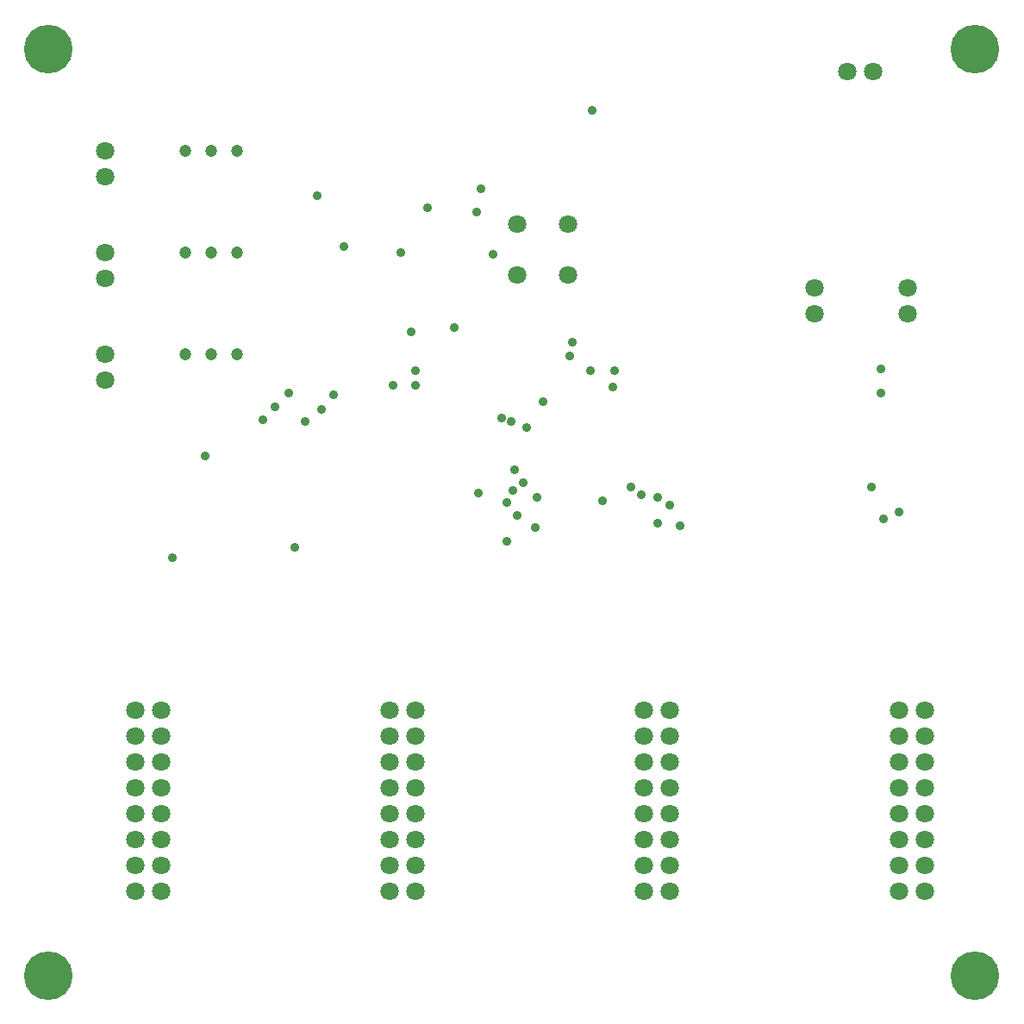
<source format=gbs>
%FSLAX23Y23*%
%MOIN*%
%SFA1B1*%

%IPPOS*%
%ADD52C,0.070990*%
%ADD53C,0.047370*%
%ADD54C,0.188000*%
%ADD55C,0.035560*%
%LNdev_board_pcb-1*%
%LPD*%
G54D52*
X3346Y3653D03*
X3246D03*
X374Y3246D03*
Y3346D03*
Y2852D03*
Y2952D03*
Y2459D03*
Y2559D03*
X3118Y2816D03*
Y2716D03*
X3480Y2816D03*
Y2716D03*
X3544Y1181D03*
Y1081D03*
Y981D03*
Y881D03*
Y781D03*
Y681D03*
Y581D03*
Y481D03*
X3444D03*
Y581D03*
Y681D03*
Y781D03*
Y881D03*
Y981D03*
Y1081D03*
Y1181D03*
X2560D03*
Y1081D03*
Y981D03*
Y881D03*
Y781D03*
Y681D03*
Y581D03*
Y481D03*
X2460D03*
Y581D03*
Y681D03*
Y781D03*
Y881D03*
Y981D03*
Y1081D03*
Y1181D03*
X1576D03*
Y1081D03*
Y981D03*
Y881D03*
Y781D03*
Y681D03*
Y581D03*
Y481D03*
X1476D03*
Y581D03*
Y681D03*
Y781D03*
Y881D03*
Y981D03*
Y1081D03*
Y1181D03*
X592D03*
Y1081D03*
Y981D03*
Y881D03*
Y781D03*
Y681D03*
Y581D03*
Y481D03*
X492D03*
Y581D03*
Y681D03*
Y781D03*
Y881D03*
Y981D03*
Y1081D03*
Y1181D03*
X1968Y2866D03*
X2165D03*
X1968Y3062D03*
X2165D03*
G54D53*
X787Y2952D03*
X887D03*
X687D03*
X787Y2559D03*
X887D03*
X687D03*
X787Y3346D03*
X887D03*
X687D03*
G54D54*
X157Y157D03*
X3740D03*
Y3740D03*
X157D03*
G54D55*
X1196Y3173D03*
X1110Y1811D03*
X1818Y2023D03*
X2047Y2007D03*
X1519Y2952D03*
X1724Y2661D03*
X1811Y3110D03*
X1830Y3200D03*
X1559Y2645D03*
X1874Y2944D03*
X1299Y2976D03*
X1259Y2401D03*
X1086Y2409D03*
X1031Y2354D03*
X1212Y2346D03*
X984Y2307D03*
X1149Y2299D03*
X1929Y1984D03*
Y1834D03*
X2039Y1889D03*
X1488Y2440D03*
X1952Y2031D03*
X1992Y2062D03*
X1968Y1937D03*
X1574Y2440D03*
Y2496D03*
X1960Y2113D03*
X1622Y3125D03*
X1944Y2299D03*
X2007Y2274D03*
X1909Y2312D03*
X2511Y2007D03*
X2598Y1897D03*
X2559Y1976D03*
X2338Y2433D03*
X2346Y2496D03*
X2511Y1905D03*
X2251Y2496D03*
X2070Y2377D03*
X2409Y2047D03*
X2448Y2015D03*
X2173Y2551D03*
X2181Y2606D03*
X637Y1771D03*
X2259Y3503D03*
X3339Y2044D03*
X3377Y2503D03*
Y2409D03*
X2299Y1992D03*
X763Y2165D03*
X3385Y1921D03*
X3444Y1948D03*
M02*
</source>
